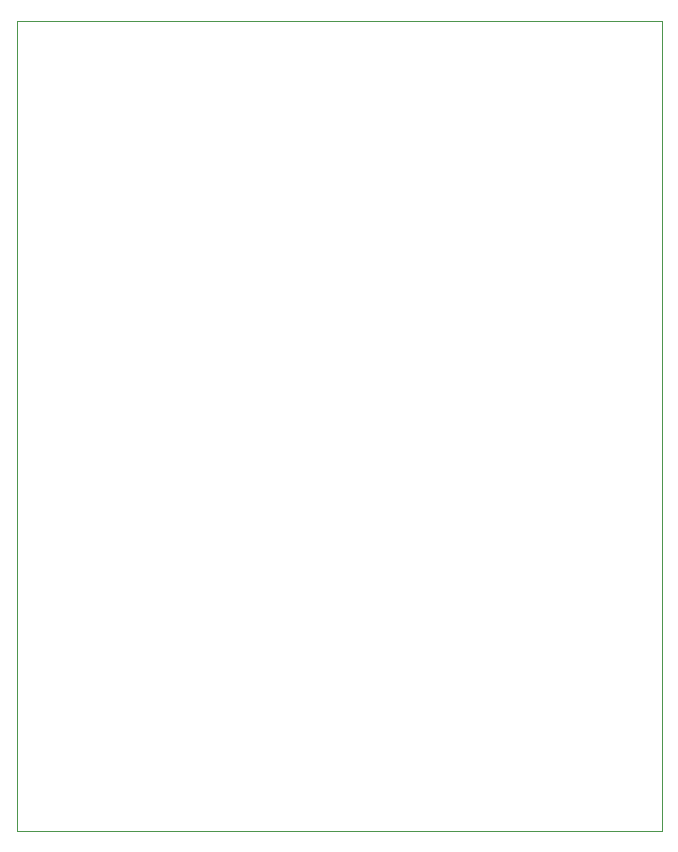
<source format=gbr>
G04 #@! TF.GenerationSoftware,KiCad,Pcbnew,(6.0.2-0)*
G04 #@! TF.CreationDate,2022-02-27T19:37:58+01:00*
G04 #@! TF.ProjectId,protection-relais,70726f74-6563-4746-996f-6e2d72656c61,rev?*
G04 #@! TF.SameCoordinates,Original*
G04 #@! TF.FileFunction,Profile,NP*
%FSLAX46Y46*%
G04 Gerber Fmt 4.6, Leading zero omitted, Abs format (unit mm)*
G04 Created by KiCad (PCBNEW (6.0.2-0)) date 2022-02-27 19:37:58*
%MOMM*%
%LPD*%
G01*
G04 APERTURE LIST*
G04 #@! TA.AperFunction,Profile*
%ADD10C,0.100000*%
G04 #@! TD*
G04 APERTURE END LIST*
D10*
X82550000Y-55880000D02*
X137160000Y-55880000D01*
X137160000Y-55880000D02*
X137160000Y-124460000D01*
X137160000Y-124460000D02*
X82550000Y-124460000D01*
X82550000Y-124460000D02*
X82550000Y-55880000D01*
M02*

</source>
